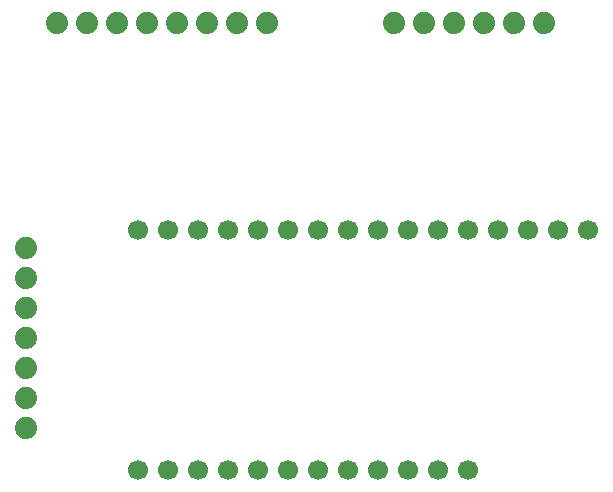
<source format=gbr>
%TF.GenerationSoftware,KiCad,Pcbnew,9.0.7*%
%TF.CreationDate,2026-02-03T16:32:22-08:00*%
%TF.ProjectId,BasicDatalogger,42617369-6344-4617-9461-6c6f67676572,rev?*%
%TF.SameCoordinates,Original*%
%TF.FileFunction,Soldermask,Top*%
%TF.FilePolarity,Negative*%
%FSLAX46Y46*%
G04 Gerber Fmt 4.6, Leading zero omitted, Abs format (unit mm)*
G04 Created by KiCad (PCBNEW 9.0.7) date 2026-02-03 16:32:22*
%MOMM*%
%LPD*%
G01*
G04 APERTURE LIST*
%ADD10C,1.700000*%
%ADD11C,1.879600*%
G04 APERTURE END LIST*
D10*
%TO.C,U1*%
X128920000Y-70320000D03*
X126380000Y-70320000D03*
X123840000Y-70320000D03*
X121300000Y-70320000D03*
X118760000Y-70320000D03*
X116220000Y-70320000D03*
X113680000Y-70320000D03*
X111140000Y-70320000D03*
X108600000Y-70320000D03*
X106060000Y-70320000D03*
X103520000Y-70320000D03*
X100980000Y-70320000D03*
X100980000Y-50000000D03*
X103520000Y-50000000D03*
X106060000Y-50000000D03*
X108600000Y-50000000D03*
X111140000Y-50000000D03*
X113680000Y-50000000D03*
X116220000Y-50000000D03*
X118760000Y-50000000D03*
X121300000Y-50000000D03*
X123840000Y-50000000D03*
X126380000Y-50000000D03*
X128920000Y-50000000D03*
X131460000Y-50000000D03*
X134000000Y-50000000D03*
X136540000Y-50000000D03*
X139080000Y-50000000D03*
%TD*%
D11*
%TO.C,U4*%
X91450000Y-66720000D03*
X91450000Y-64180000D03*
X91450000Y-61640000D03*
X91450000Y-59100000D03*
X91450000Y-56560000D03*
X91450000Y-54020000D03*
X91450000Y-51480000D03*
%TD*%
%TO.C,U3*%
X135350000Y-32450000D03*
X132810000Y-32450000D03*
X130270000Y-32450000D03*
X127730000Y-32450000D03*
X125190000Y-32450000D03*
X122650000Y-32450000D03*
%TD*%
%TO.C,U2*%
X94110000Y-32450000D03*
X96650000Y-32450000D03*
X99190000Y-32450000D03*
X101730000Y-32450000D03*
X104270000Y-32450000D03*
X106810000Y-32450000D03*
X109350000Y-32450000D03*
X111890000Y-32450000D03*
%TD*%
M02*

</source>
